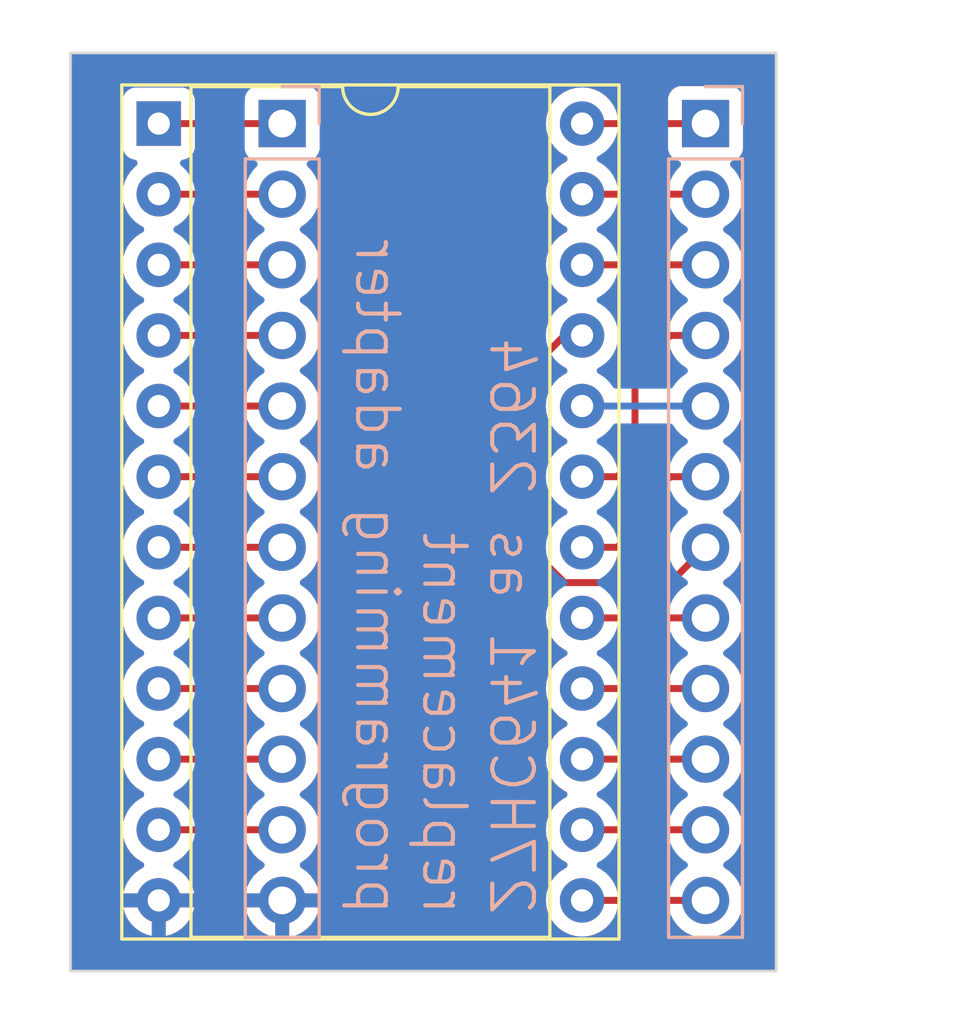
<source format=kicad_pcb>
(kicad_pcb (version 20221018) (generator pcbnew)
  (title_block (title "27HC641 AS 2364 REPLACEMENT PROGRAMMING ADAPTER") (date "2023-06-20") (rev "V001") (comment 2 "creativecommons.org/licenses/by-sa/4.0/") (comment 3 "License: CC BY-SA 4.0") (comment 4 "Author: InsaneDruid"))
  (layers (0 "F.Cu" signal) (31 "B.Cu" signal) (34 "B.Paste" user) (35 "F.Paste" user) (36 "B.SilkS" user "B.Silkscreen") (37 "F.SilkS" user "F.Silkscreen") (38 "B.Mask" user) (39 "F.Mask" user) (44 "Edge.Cuts" user))
  (net 0 "")
  (net 1 "/A7")
  (net 2 "/A6")
  (net 3 "/A5")
  (net 4 "/A4")
  (net 5 "/A3")
  (net 6 "/A2")
  (net 7 "/A1")
  (net 8 "/A0")
  (net 9 "/D0")
  (net 10 "/D1")
  (net 11 "/D2")
  (net 12 "/GND")
  (net 13 "/VCC")
  (net 14 "/A8")
  (net 15 "/A9")
  (net 16 "/A10")
  (net 17 "/~{CE}")
  (net 18 "/A11")
  (net 19 "/A12")
  (net 20 "/D7")
  (net 21 "/D6")
  (net 22 "/D5")
  (net 23 "/D4")
  (net 24 "/D3")
  (footprint "Package_DIP:DIP-24_W15.24mm_Socket" (layer "F.Cu") (at 93.98 53.34)
    (fp_text reference "J3" hide)
    (fp_text value "27HC641 Socket")
    (fp_line (start -1.33 -1.39) (end -1.33 29.33) (stroke (width 0.12)) (layer "F.SilkS"))
    (fp_line (start -1.33 29.33) (end 16.57 29.33) (stroke (width 0.12)) (layer "F.SilkS"))
    (fp_line (start 1.16 -1.33) (end 1.16 29.27) (stroke (width 0.12)) (layer "F.SilkS"))
    (fp_line (start 1.16 29.27) (end 14.08 29.27) (stroke (width 0.12)) (layer "F.SilkS"))
    (fp_line (start 6.62 -1.33) (end 1.16 -1.33) (stroke (width 0.12)) (layer "F.SilkS"))
    (fp_line (start 14.08 -1.33) (end 8.62 -1.33) (stroke (width 0.12)) (layer "F.SilkS"))
    (fp_line (start 14.08 29.27) (end 14.08 -1.33) (stroke (width 0.12)) (layer "F.SilkS"))
    (fp_line (start 16.57 -1.39) (end -1.33 -1.39) (stroke (width 0.12)) (layer "F.SilkS"))
    (fp_line (start 16.57 29.33) (end 16.57 -1.39) (stroke (width 0.12)) (layer "F.SilkS"))
    (fp_arc (start 8.62 -1.33) (mid 7.62 -0.33) (end 6.62 -1.33) (stroke (width 0.12)) (layer "F.SilkS"))
    (pad "1" thru_hole rect (at 0 0) (size 1.6 1.6) (drill 0.8) (layers "*.Cu" "*.Mask") (net 1 "/A7"))
    (pad "2" thru_hole oval (at 0 2.54) (size 1.6 1.6) (drill 0.8) (layers "*.Cu" "*.Mask") (net 2 "/A6"))
    (pad "3" thru_hole oval (at 0 5.08) (size 1.6 1.6) (drill 0.8) (layers "*.Cu" "*.Mask") (net 3 "/A5"))
    (pad "4" thru_hole oval (at 0 7.62) (size 1.6 1.6) (drill 0.8) (layers "*.Cu" "*.Mask") (net 4 "/A4"))
    (pad "5" thru_hole oval (at 0 10.16) (size 1.6 1.6) (drill 0.8) (layers "*.Cu" "*.Mask") (net 5 "/A3"))
    (pad "6" thru_hole oval (at 0 12.7) (size 1.6 1.6) (drill 0.8) (layers "*.Cu" "*.Mask") (net 6 "/A2"))
    (pad "7" thru_hole oval (at 0 15.24) (size 1.6 1.6) (drill 0.8) (layers "*.Cu" "*.Mask") (net 7 "/A1"))
    (pad "8" thru_hole oval (at 0 17.78) (size 1.6 1.6) (drill 0.8) (layers "*.Cu" "*.Mask") (net 8 "/A0"))
    (pad "9" thru_hole oval (at 0 20.32) (size 1.6 1.6) (drill 0.8) (layers "*.Cu" "*.Mask") (net 9 "/D0"))
    (pad "10" thru_hole oval (at 0 22.86) (size 1.6 1.6) (drill 0.8) (layers "*.Cu" "*.Mask") (net 10 "/D1"))
    (pad "11" thru_hole oval (at 0 25.4) (size 1.6 1.6) (drill 0.8) (layers "*.Cu" "*.Mask") (net 11 "/D2"))
    (pad "12" thru_hole oval (at 0 27.94) (size 1.6 1.6) (drill 0.8) (layers "*.Cu" "*.Mask") (net 12 "/GND"))
    (pad "13" thru_hole oval (at 15.24 27.94) (size 1.6 1.6) (drill 0.8) (layers "*.Cu" "*.Mask") (net 24 "/D3"))
    (pad "14" thru_hole oval (at 15.24 25.4) (size 1.6 1.6) (drill 0.8) (layers "*.Cu" "*.Mask") (net 23 "/D4"))
    (pad "15" thru_hole oval (at 15.24 22.86) (size 1.6 1.6) (drill 0.8) (layers "*.Cu" "*.Mask") (net 22 "/D5"))
    (pad "16" thru_hole oval (at 15.24 20.32) (size 1.6 1.6) (drill 0.8) (layers "*.Cu" "*.Mask") (net 21 "/D6"))
    (pad "17" thru_hole oval (at 15.24 17.78) (size 1.6 1.6) (drill 0.8) (layers "*.Cu" "*.Mask") (net 20 "/D7"))
    (pad "18" thru_hole oval (at 15.24 15.24) (size 1.6 1.6) (drill 0.8) (layers "*.Cu" "*.Mask") (net 18 "/A11"))
    (pad "19" thru_hole oval (at 15.24 12.7) (size 1.6 1.6) (drill 0.8) (layers "*.Cu" "*.Mask") (net 16 "/A10"))
    (pad "20" thru_hole oval (at 15.24 10.16) (size 1.6 1.6) (drill 0.8) (layers "*.Cu" "*.Mask") (net 17 "/~{CE}"))
    (pad "21" thru_hole oval (at 15.24 7.62) (size 1.6 1.6) (drill 0.8) (layers "*.Cu" "*.Mask") (net 19 "/A12"))
    (pad "22" thru_hole oval (at 15.24 5.08) (size 1.6 1.6) (drill 0.8) (layers "*.Cu" "*.Mask") (net 15 "/A9"))
    (pad "23" thru_hole oval (at 15.24 2.54) (size 1.6 1.6) (drill 0.8) (layers "*.Cu" "*.Mask") (net 14 "/A8"))
    (pad "24" thru_hole oval (at 15.24 0) (size 1.6 1.6) (drill 0.8) (layers "*.Cu" "*.Mask") (net 13 "/VCC"))
  )
  (footprint "Connector_PinHeader_2.54mm:PinHeader_1x12_P2.54mm_Vertical" (layer "B.Cu") (at 113.665 53.34 180)
    (fp_text reference "J2" hide)
    (fp_text value "Pinheader to Programmer")
    (fp_line (start -1.33 -29.27) (end 1.33 -29.27) (stroke (width 0.12)) (layer "B.SilkS"))
    (fp_line (start -1.33 -1.27) (end -1.33 -29.27) (stroke (width 0.12)) (layer "B.SilkS"))
    (fp_line (start -1.33 -1.27) (end 1.33 -1.27) (stroke (width 0.12)) (layer "B.SilkS"))
    (fp_line (start -1.33 0) (end -1.33 1.33) (stroke (width 0.12)) (layer "B.SilkS"))
    (fp_line (start -1.33 1.33) (end 0 1.33) (stroke (width 0.12)) (layer "B.SilkS"))
    (fp_line (start 1.33 -1.27) (end 1.33 -29.27) (stroke (width 0.12)) (layer "B.SilkS"))
    (pad "1" thru_hole rect (at 0 0 180) (size 1.7 1.7) (drill 1) (layers "*.Cu" "*.Mask") (net 13 "/VCC"))
    (pad "2" thru_hole oval (at 0 -2.54 180) (size 1.7 1.7) (drill 1) (layers "*.Cu" "*.Mask") (net 14 "/A8"))
    (pad "3" thru_hole oval (at 0 -5.08 180) (size 1.7 1.7) (drill 1) (layers "*.Cu" "*.Mask") (net 15 "/A9"))
    (pad "4" thru_hole oval (at 0 -7.62 180) (size 1.7 1.7) (drill 1) (layers "*.Cu" "*.Mask") (net 16 "/A10"))
    (pad "5" thru_hole oval (at 0 -10.16 180) (size 1.7 1.7) (drill 1) (layers "*.Cu" "*.Mask") (net 17 "/~{CE}"))
    (pad "6" thru_hole oval (at 0 -12.7 180) (size 1.7 1.7) (drill 1) (layers "*.Cu" "*.Mask") (net 18 "/A11"))
    (pad "7" thru_hole oval (at 0 -15.24 180) (size 1.7 1.7) (drill 1) (layers "*.Cu" "*.Mask") (net 19 "/A12"))
    (pad "8" thru_hole oval (at 0 -17.78 180) (size 1.7 1.7) (drill 1) (layers "*.Cu" "*.Mask") (net 20 "/D7"))
    (pad "9" thru_hole oval (at 0 -20.32 180) (size 1.7 1.7) (drill 1) (layers "*.Cu" "*.Mask") (net 21 "/D6"))
    (pad "10" thru_hole oval (at 0 -22.86 180) (size 1.7 1.7) (drill 1) (layers "*.Cu" "*.Mask") (net 22 "/D5"))
    (pad "11" thru_hole oval (at 0 -25.4 180) (size 1.7 1.7) (drill 1) (layers "*.Cu" "*.Mask") (net 23 "/D4"))
    (pad "12" thru_hole oval (at 0 -27.94 180) (size 1.7 1.7) (drill 1) (layers "*.Cu" "*.Mask") (net 24 "/D3"))
  )
  (footprint "Connector_PinHeader_2.54mm:PinHeader_1x12_P2.54mm_Vertical" (layer "B.Cu") (at 98.425 53.34 180)
    (fp_text reference "J1" hide)
    (fp_text value "Pinheader to Programmer")
    (fp_line (start -1.33 -29.27) (end 1.33 -29.27) (stroke (width 0.12)) (layer "B.SilkS"))
    (fp_line (start -1.33 -1.27) (end -1.33 -29.27) (stroke (width 0.12)) (layer "B.SilkS"))
    (fp_line (start -1.33 -1.27) (end 1.33 -1.27) (stroke (width 0.12)) (layer "B.SilkS"))
    (fp_line (start -1.33 0) (end -1.33 1.33) (stroke (width 0.12)) (layer "B.SilkS"))
    (fp_line (start -1.33 1.33) (end 0 1.33) (stroke (width 0.12)) (layer "B.SilkS"))
    (fp_line (start 1.33 -1.27) (end 1.33 -29.27) (stroke (width 0.12)) (layer "B.SilkS"))
    (pad "1" thru_hole rect (at 0 0 180) (size 1.7 1.7) (drill 1) (layers "*.Cu" "*.Mask") (net 1 "/A7"))
    (pad "2" thru_hole oval (at 0 -2.54 180) (size 1.7 1.7) (drill 1) (layers "*.Cu" "*.Mask") (net 2 "/A6"))
    (pad "3" thru_hole oval (at 0 -5.08 180) (size 1.7 1.7) (drill 1) (layers "*.Cu" "*.Mask") (net 3 "/A5"))
    (pad "4" thru_hole oval (at 0 -7.62 180) (size 1.7 1.7) (drill 1) (layers "*.Cu" "*.Mask") (net 4 "/A4"))
    (pad "5" thru_hole oval (at 0 -10.16 180) (size 1.7 1.7) (drill 1) (layers "*.Cu" "*.Mask") (net 5 "/A3"))
    (pad "6" thru_hole oval (at 0 -12.7 180) (size 1.7 1.7) (drill 1) (layers "*.Cu" "*.Mask") (net 6 "/A2"))
    (pad "7" thru_hole oval (at 0 -15.24 180) (size 1.7 1.7) (drill 1) (layers "*.Cu" "*.Mask") (net 7 "/A1"))
    (pad "8" thru_hole oval (at 0 -17.78 180) (size 1.7 1.7) (drill 1) (layers "*.Cu" "*.Mask") (net 8 "/A0"))
    (pad "9" thru_hole oval (at 0 -20.32 180) (size 1.7 1.7) (drill 1) (layers "*.Cu" "*.Mask") (net 9 "/D0"))
    (pad "10" thru_hole oval (at 0 -22.86 180) (size 1.7 1.7) (drill 1) (layers "*.Cu" "*.Mask") (net 10 "/D1"))
    (pad "11" thru_hole oval (at 0 -25.4 180) (size 1.7 1.7) (drill 1) (layers "*.Cu" "*.Mask") (net 11 "/D2"))
    (pad "12" thru_hole oval (at 0 -27.94 180) (size 1.7 1.7) (drill 1) (layers "*.Cu" "*.Mask") (net 12 "/GND"))
  )
  (gr_rect (start 90.805 50.8) (end 116.205 83.82) (stroke (width 0.1)) (fill none) (layer "Edge.Cuts"))
  (gr_text "27HC641 as 2364\nreplacement\nprogramming adapter" (at 100.965 81.915 270) (layer "B.SilkS") (effects (font (size 1.5 1.5)) (justify left bottom mirror)))
  (segment (start 93.98 53.34) (end 98.425 53.34) (width 0.25) (layer "F.Cu") (net 1))
  (segment (start 93.98 55.88) (end 98.425 55.88) (width 0.25) (layer "F.Cu") (net 2))
  (segment (start 93.98 58.42) (end 98.425 58.42) (width 0.25) (layer "F.Cu") (net 3))
  (segment (start 93.98 60.96) (end 98.425 60.96) (width 0.25) (layer "F.Cu") (net 4))
  (segment (start 93.98 63.5) (end 98.425 63.5) (width 0.25) (layer "F.Cu") (net 5))
  (segment (start 93.98 66.04) (end 98.425 66.04) (width 0.25) (layer "F.Cu") (net 6))
  (segment (start 93.98 68.58) (end 98.425 68.58) (width 0.25) (layer "F.Cu") (net 7))
  (segment (start 93.98 71.12) (end 98.425 71.12) (width 0.25) (layer "F.Cu") (net 8))
  (segment (start 93.98 73.66) (end 98.425 73.66) (width 0.25) (layer "F.Cu") (net 9))
  (segment (start 93.98 76.2) (end 98.425 76.2) (width 0.25) (layer "F.Cu") (net 10))
  (segment (start 98.425 78.74) (end 93.98 78.74) (width 0.25) (layer "F.Cu") (net 11))
  (segment (start 93.98 81.28) (end 98.425 81.28) (width 0.25) (layer "F.Cu") (net 12))
  (segment (start 109.22 53.34) (end 113.665 53.34) (width 0.25) (layer "F.Cu") (net 13))
  (segment (start 109.22 55.88) (end 113.665 55.88) (width 0.25) (layer "F.Cu") (net 14))
  (segment (start 109.22 58.42) (end 113.665 58.42) (width 0.25) (layer "F.Cu") (net 15))
  (segment (start 111.125 65.405) (end 111.125 62.23) (width 0.25) (layer "F.Cu") (net 16))
  (segment (start 112.395 60.96) (end 113.665 60.96) (width 0.25) (layer "F.Cu") (net 16))
  (segment (start 110.49 66.04) (end 111.125 65.405) (width 0.25) (layer "F.Cu") (net 16))
  (segment (start 111.125 62.23) (end 112.395 60.96) (width 0.25) (layer "F.Cu") (net 16))
  (segment (start 109.22 66.04) (end 110.49 66.04) (width 0.25) (layer "F.Cu") (net 16))
  (segment (start 109.22 63.5) (end 113.665 63.5) (width 0.25) (layer "B.Cu") (net 17))
  (segment (start 111.125 67.945) (end 111.125 67.31) (width 0.25) (layer "F.Cu") (net 18))
  (segment (start 112.395 66.04) (end 113.665 66.04) (width 0.25) (layer "F.Cu") (net 18))
  (segment (start 110.49 68.58) (end 111.125 67.945) (width 0.25) (layer "F.Cu") (net 18))
  (segment (start 111.125 67.31) (end 112.395 66.04) (width 0.25) (layer "F.Cu") (net 18))
  (segment (start 109.22 68.58) (end 110.49 68.58) (width 0.25) (layer "F.Cu") (net 18))
  (segment (start 112.395 69.85) (end 113.665 68.58) (width 0.25) (layer "F.Cu") (net 19))
  (segment (start 109.22 60.96) (end 108.585 60.96) (width 0.25) (layer "F.Cu") (net 19))
  (segment (start 108.585 60.96) (end 107.315 62.23) (width 0.25) (layer "F.Cu") (net 19))
  (segment (start 107.315 62.23) (end 107.315 68.58) (width 0.25) (layer "F.Cu") (net 19))
  (segment (start 108.585 69.85) (end 112.395 69.85) (width 0.25) (layer "F.Cu") (net 19))
  (segment (start 107.315 68.58) (end 108.585 69.85) (width 0.25) (layer "F.Cu") (net 19))
  (segment (start 109.22 71.12) (end 113.665 71.12) (width 0.25) (layer "F.Cu") (net 20))
  (segment (start 109.22 73.66) (end 113.665 73.66) (width 0.25) (layer "F.Cu") (net 21))
  (segment (start 109.22 76.2) (end 113.665 76.2) (width 0.25) (layer "F.Cu") (net 22))
  (segment (start 109.22 78.74) (end 113.665 78.74) (width 0.25) (layer "F.Cu") (net 23))
  (segment (start 109.22 81.28) (end 113.665 81.28) (width 0.25) (layer "F.Cu") (net 24))
  (zone (net 12) (net_name "/GND") (layer "F.Cu") (priority 1) (connect_pads (clearance 0.5)) (min_thickness 0.25) (fill yes (thermal_gap 0.5) (thermal_bridge_width 0.5))
    (polygon (pts (xy 89.535 50.165) (xy 117.475 50.165) (xy 117.475 84.455) (xy 89.535 84.455)))
  )
  (zone (net 12) (net_name "/GND") (layer "B.Cu") (connect_pads (clearance 0.5)) (min_thickness 0.25) (fill yes (thermal_gap 0.5) (thermal_bridge_width 0.5))
    (polygon (pts (xy 88.265 48.895) (xy 118.745 48.895) (xy 118.745 85.725) (xy 88.265 85.725)))
  )
)
</source>
